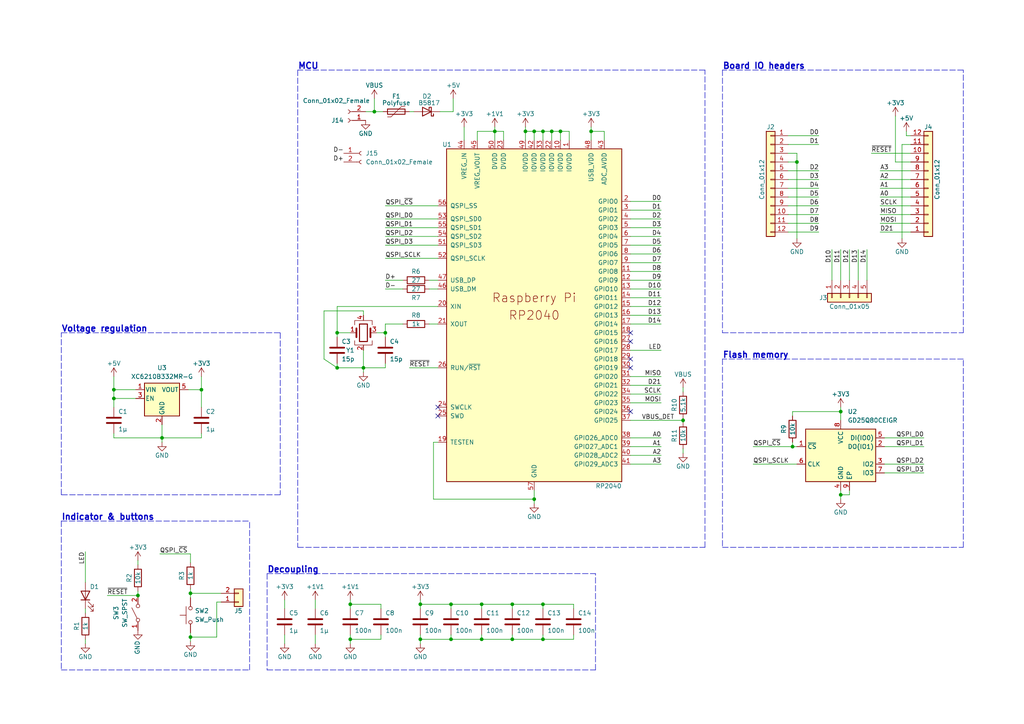
<source format=kicad_sch>
(kicad_sch (version 20211123) (generator eeschema)
  (paper "A4")
  (title_block (title "0xB2 - Splinky") (rev "2") (company "plut0nium"))
  (junction (at 108.585 32.385))
  (junction (at 40.005 172.72))
  (junction (at 46.99 127))
  (junction (at 105.41 106.68))
  (junction (at 154.94 38.1))
  (junction (at 162.56 38.1))
  (junction (at 111.76 96.52))
  (junction (at 157.48 185.42))
  (junction (at 101.6 185.42))
  (junction (at 157.48 38.1))
  (junction (at 97.79 96.52))
  (junction (at 157.48 175.26))
  (junction (at 101.6 175.26))
  (junction (at 121.92 185.42))
  (junction (at 148.59 185.42))
  (junction (at 130.81 175.26))
  (junction (at 148.59 175.26))
  (junction (at 446.405 49.53))
  (junction (at 152.4 38.1))
  (junction (at 160.02 38.1))
  (junction (at 33.02 113.03))
  (junction (at 171.45 38.1))
  (junction (at 139.7 185.42))
  (junction (at 154.94 144.78))
  (junction (at 198.12 121.92))
  (junction (at 231.14 46.99))
  (junction (at 58.42 113.03))
  (junction (at 229.87 129.54))
  (junction (at 139.7 175.26))
  (junction (at 55.245 172.085))
  (junction (at 130.81 185.42))
  (junction (at 97.79 106.68))
  (junction (at 55.245 184.785))
  (junction (at 33.02 115.57))
  (junction (at 243.84 119.38))
  (junction (at 143.51 38.1))
  (junction (at 243.84 143.51))
  (junction (at 121.92 175.26))
  (no_connect (at 182.88 119.38))
  (no_connect (at 182.88 106.68))
  (no_connect (at 182.88 96.52))
  (no_connect (at 182.88 104.14))
  (no_connect (at 182.88 99.06))
  (no_connect (at 127 118.11))
  (no_connect (at 127 120.65))
  (no_connect (at 318.135 76.2))
  (polyline (pts (xy 209.55 96.52) (xy 279.4 96.52)))
  (wire (pts (xy 171.45 38.1) (xy 171.45 40.64)))
  (wire (pts (xy 264.16 46.99) (xy 259.715 46.99)))
  (wire (pts (xy 33.02 115.57) (xy 33.02 118.11)))
  (wire (pts (xy 105.41 91.44) (xy 105.41 90.17)))
  (wire (pts (xy 118.745 106.68) (xy 127 106.68)))
  (wire (pts (xy 58.42 109.22) (xy 58.42 113.03)))
  (wire (pts (xy 55.245 170.815) (xy 55.245 172.085)))
  (wire (pts (xy 82.55 173.99) (xy 82.55 176.53)))
  (wire (pts (xy 267.97 134.62) (xy 256.54 134.62)))
  (wire (pts (xy 101.6 175.26) (xy 110.49 175.26)))
  (wire (pts (xy 121.92 173.99) (xy 121.92 175.26)))
  (wire (pts (xy 246.38 72.39) (xy 246.38 81.28)))
  (polyline (pts (xy 17.78 194.31) (xy 72.39 194.31)))
  (wire (pts (xy 255.27 54.61) (xy 264.16 54.61)))
  (wire (pts (xy 228.6 67.31) (xy 237.49 67.31)))
  (polyline (pts (xy 204.47 158.75) (xy 204.47 20.32)))
  (wire (pts (xy 182.88 127) (xy 191.77 127)))
  (wire (pts (xy 91.44 173.99) (xy 91.44 176.53)))
  (wire (pts (xy 406.4 60.96) (xy 406.4 62.865)))
  (wire (pts (xy 267.97 137.16) (xy 256.54 137.16)))
  (polyline (pts (xy 279.4 104.14) (xy 209.55 104.14)))
  (wire (pts (xy 111.76 66.04) (xy 127 66.04)))
  (wire (pts (xy 182.88 101.6) (xy 191.77 101.6)))
  (wire (pts (xy 330.835 37.465) (xy 335.915 37.465)))
  (wire (pts (xy 127.635 32.385) (xy 131.445 32.385)))
  (wire (pts (xy 121.92 185.42) (xy 130.81 185.42)))
  (wire (pts (xy 33.02 113.03) (xy 39.37 113.03)))
  (wire (pts (xy 101.6 175.26) (xy 101.6 176.53)))
  (wire (pts (xy 243.84 118.11) (xy 243.84 119.38)))
  (wire (pts (xy 109.22 96.52) (xy 111.76 96.52)))
  (wire (pts (xy 118.745 32.385) (xy 120.015 32.385)))
  (wire (pts (xy 105.41 106.68) (xy 105.41 107.95)))
  (wire (pts (xy 162.56 38.1) (xy 165.1 38.1)))
  (wire (pts (xy 251.46 72.39) (xy 251.46 81.28)))
  (wire (pts (xy 121.92 175.26) (xy 130.81 175.26)))
  (wire (pts (xy 228.6 64.77) (xy 237.49 64.77)))
  (wire (pts (xy 97.79 96.52) (xy 97.79 88.9)))
  (wire (pts (xy 111.76 68.58) (xy 127 68.58)))
  (wire (pts (xy 313.055 51.435) (xy 313.563 51.435)))
  (wire (pts (xy 198.12 130.175) (xy 198.12 131.445)))
  (wire (pts (xy 143.51 38.1) (xy 143.51 40.64)))
  (wire (pts (xy 182.88 129.54) (xy 191.77 129.54)))
  (wire (pts (xy 130.81 184.15) (xy 130.81 185.42)))
  (wire (pts (xy 306.705 56.515) (xy 313.055 56.515)))
  (wire (pts (xy 121.92 185.42) (xy 121.92 186.69)))
  (wire (pts (xy 231.14 46.99) (xy 231.14 69.215)))
  (wire (pts (xy 267.97 127) (xy 256.54 127)))
  (wire (pts (xy 33.02 127) (xy 46.99 127)))
  (wire (pts (xy 306.705 59.055) (xy 313.055 59.055)))
  (wire (pts (xy 125.73 128.27) (xy 127 128.27)))
  (wire (pts (xy 101.6 185.42) (xy 101.6 186.69)))
  (wire (pts (xy 124.46 81.28) (xy 127 81.28)))
  (wire (pts (xy 264.16 41.91) (xy 261.62 41.91)))
  (wire (pts (xy 241.3 72.39) (xy 241.3 81.28)))
  (wire (pts (xy 446.405 59.055) (xy 446.405 49.53)))
  (wire (pts (xy 93.98 90.17) (xy 93.98 104.14)))
  (wire (pts (xy 101.6 185.42) (xy 110.49 185.42)))
  (wire (pts (xy 139.7 185.42) (xy 148.59 185.42)))
  (wire (pts (xy 124.46 93.98) (xy 127 93.98)))
  (wire (pts (xy 243.84 142.24) (xy 243.84 143.51)))
  (wire (pts (xy 157.48 38.1) (xy 157.48 40.64)))
  (wire (pts (xy 111.76 106.68) (xy 111.76 105.41)))
  (wire (pts (xy 62.865 174.625) (xy 62.865 184.785)))
  (wire (pts (xy 106.045 32.385) (xy 108.585 32.385)))
  (wire (pts (xy 46.355 160.655) (xy 55.245 160.655)))
  (wire (pts (xy 108.585 32.385) (xy 111.125 32.385)))
  (wire (pts (xy 330.835 34.925) (xy 335.915 34.925)))
  (wire (pts (xy 58.42 125.73) (xy 58.42 127)))
  (wire (pts (xy 255.27 64.77) (xy 264.16 64.77)))
  (wire (pts (xy 255.27 62.23) (xy 264.16 62.23)))
  (wire (pts (xy 229.87 129.54) (xy 231.14 129.54)))
  (wire (pts (xy 105.41 106.68) (xy 111.76 106.68)))
  (wire (pts (xy 154.94 144.78) (xy 154.94 146.05)))
  (wire (pts (xy 182.88 109.22) (xy 191.77 109.22)))
  (wire (pts (xy 152.4 36.83) (xy 152.4 38.1)))
  (wire (pts (xy 146.05 40.64) (xy 146.05 38.1)))
  (wire (pts (xy 154.94 142.24) (xy 154.94 144.78)))
  (wire (pts (xy 40.005 171.45) (xy 40.005 172.72)))
  (wire (pts (xy 175.26 40.64) (xy 175.26 38.1)))
  (wire (pts (xy 55.245 160.655) (xy 55.245 163.195)))
  (wire (pts (xy 198.12 121.92) (xy 198.12 122.555)))
  (wire (pts (xy 139.7 184.15) (xy 139.7 185.42)))
  (wire (pts (xy 443.865 49.53) (xy 446.405 49.53)))
  (wire (pts (xy 157.48 185.42) (xy 166.37 185.42)))
  (wire (pts (xy 182.88 68.58) (xy 191.77 68.58)))
  (wire (pts (xy 182.88 114.3) (xy 191.77 114.3)))
  (wire (pts (xy 97.79 106.68) (xy 105.41 106.68)))
  (wire (pts (xy 166.37 176.53) (xy 166.37 175.26)))
  (wire (pts (xy 171.45 38.1) (xy 175.26 38.1)))
  (wire (pts (xy 243.84 143.51) (xy 246.38 143.51)))
  (wire (pts (xy 125.73 128.27) (xy 125.73 144.78)))
  (wire (pts (xy 139.7 175.26) (xy 148.59 175.26)))
  (wire (pts (xy 243.84 72.39) (xy 243.84 81.28)))
  (wire (pts (xy 262.89 39.37) (xy 264.16 39.37)))
  (wire (pts (xy 58.42 113.03) (xy 58.42 118.11)))
  (wire (pts (xy 218.44 134.62) (xy 231.14 134.62)))
  (wire (pts (xy 228.6 39.37) (xy 237.49 39.37)))
  (wire (pts (xy 152.4 38.1) (xy 152.4 40.64)))
  (wire (pts (xy 55.245 172.085) (xy 55.245 173.355)))
  (wire (pts (xy 105.41 90.17) (xy 93.98 90.17)))
  (wire (pts (xy 255.27 52.07) (xy 264.16 52.07)))
  (wire (pts (xy 228.6 59.69) (xy 237.49 59.69)))
  (polyline (pts (xy 209.55 104.14) (xy 209.55 158.75)))
  (wire (pts (xy 309.88 36.195) (xy 313.055 36.195)))
  (wire (pts (xy 148.59 175.26) (xy 157.48 175.26)))
  (wire (pts (xy 248.92 72.39) (xy 248.92 81.28)))
  (wire (pts (xy 110.49 184.15) (xy 110.49 185.42)))
  (wire (pts (xy 231.14 44.45) (xy 231.14 46.99)))
  (polyline (pts (xy 17.78 151.13) (xy 17.78 194.31)))
  (wire (pts (xy 182.88 121.92) (xy 198.12 121.92)))
  (wire (pts (xy 243.84 119.38) (xy 243.84 121.92)))
  (wire (pts (xy 182.88 132.08) (xy 191.77 132.08)))
  (wire (pts (xy 24.765 176.53) (xy 24.765 177.8)))
  (wire (pts (xy 182.88 111.76) (xy 191.77 111.76)))
  (wire (pts (xy 111.76 96.52) (xy 111.76 97.79)))
  (wire (pts (xy 62.865 184.785) (xy 55.245 184.785)))
  (wire (pts (xy 228.6 57.15) (xy 237.49 57.15)))
  (wire (pts (xy 121.92 184.15) (xy 121.92 185.42)))
  (wire (pts (xy 309.88 33.655) (xy 313.055 33.655)))
  (wire (pts (xy 171.45 36.83) (xy 171.45 38.1)))
  (wire (pts (xy 97.79 97.79) (xy 97.79 96.52)))
  (wire (pts (xy 309.88 41.275) (xy 313.055 41.275)))
  (wire (pts (xy 24.765 185.42) (xy 24.765 186.69)))
  (polyline (pts (xy 279.4 96.52) (xy 279.4 20.32)))
  (wire (pts (xy 228.6 54.61) (xy 237.49 54.61)))
  (wire (pts (xy 218.44 129.54) (xy 229.87 129.54)))
  (wire (pts (xy 130.81 185.42) (xy 139.7 185.42)))
  (wire (pts (xy 82.55 184.15) (xy 82.55 186.69)))
  (wire (pts (xy 182.88 73.66) (xy 191.77 73.66)))
  (wire (pts (xy 97.79 105.41) (xy 97.79 106.68)))
  (wire (pts (xy 130.81 175.26) (xy 130.81 176.53)))
  (wire (pts (xy 182.88 63.5) (xy 191.77 63.5)))
  (wire (pts (xy 97.79 96.52) (xy 101.6 96.52)))
  (wire (pts (xy 448.31 59.055) (xy 446.405 59.055)))
  (wire (pts (xy 111.76 71.12) (xy 127 71.12)))
  (wire (pts (xy 91.44 184.15) (xy 91.44 186.69)))
  (wire (pts (xy 64.135 174.625) (xy 62.865 174.625)))
  (wire (pts (xy 154.94 38.1) (xy 157.48 38.1)))
  (wire (pts (xy 182.88 83.82) (xy 191.77 83.82)))
  (wire (pts (xy 182.88 93.98) (xy 191.77 93.98)))
  (wire (pts (xy 229.87 128.27) (xy 229.87 129.54)))
  (wire (pts (xy 148.59 184.15) (xy 148.59 185.42)))
  (wire (pts (xy 306.705 61.595) (xy 313.055 61.595)))
  (wire (pts (xy 306.705 53.975) (xy 313.055 53.975)))
  (wire (pts (xy 160.02 38.1) (xy 160.02 40.64)))
  (wire (pts (xy 330.835 40.005) (xy 335.915 40.005)))
  (polyline (pts (xy 17.78 96.52) (xy 81.28 96.52)))
  (wire (pts (xy 33.02 125.73) (xy 33.02 127)))
  (wire (pts (xy 108.585 28.575) (xy 108.585 32.385)))
  (polyline (pts (xy 77.47 194.31) (xy 172.72 194.31)))
  (wire (pts (xy 255.27 59.69) (xy 264.16 59.69)))
  (wire (pts (xy 97.79 88.9) (xy 127 88.9)))
  (wire (pts (xy 252.73 44.45) (xy 264.16 44.45)))
  (wire (pts (xy 446.405 49.53) (xy 448.31 49.53)))
  (wire (pts (xy 182.88 116.84) (xy 191.77 116.84)))
  (wire (pts (xy 246.38 142.24) (xy 246.38 143.51)))
  (wire (pts (xy 131.445 28.575) (xy 131.445 32.385)))
  (wire (pts (xy 55.245 183.515) (xy 55.245 184.785)))
  (wire (pts (xy 111.76 83.82) (xy 116.84 83.82)))
  (wire (pts (xy 267.97 129.54) (xy 256.54 129.54)))
  (wire (pts (xy 148.59 185.42) (xy 157.48 185.42)))
  (wire (pts (xy 228.6 52.07) (xy 237.49 52.07)))
  (wire (pts (xy 33.02 109.22) (xy 33.02 113.03)))
  (wire (pts (xy 229.87 119.38) (xy 243.84 119.38)))
  (wire (pts (xy 138.43 38.1) (xy 143.51 38.1)))
  (wire (pts (xy 228.6 41.91) (xy 237.49 41.91)))
  (wire (pts (xy 33.02 113.03) (xy 33.02 115.57)))
  (wire (pts (xy 111.76 63.5) (xy 127 63.5)))
  (wire (pts (xy 416.56 60.96) (xy 416.56 62.865)))
  (wire (pts (xy 55.245 184.785) (xy 55.245 186.055)))
  (wire (pts (xy 148.59 175.26) (xy 148.59 176.53)))
  (polyline (pts (xy 172.72 194.31) (xy 172.72 166.37)))
  (polyline (pts (xy 81.28 143.51) (xy 17.78 143.51)))
  (wire (pts (xy 116.84 93.98) (xy 111.76 93.98)))
  (wire (pts (xy 143.51 36.83) (xy 143.51 38.1)))
  (wire (pts (xy 111.76 59.69) (xy 127 59.69)))
  (wire (pts (xy 165.1 40.64) (xy 165.1 38.1)))
  (polyline (pts (xy 209.55 158.75) (xy 279.4 158.75)))
  (polyline (pts (xy 77.47 166.37) (xy 172.72 166.37)))
  (wire (pts (xy 24.765 160.02) (xy 24.765 168.91)))
  (wire (pts (xy 157.48 38.1) (xy 160.02 38.1)))
  (wire (pts (xy 111.76 93.98) (xy 111.76 96.52)))
  (wire (pts (xy 46.99 123.19) (xy 46.99 127)))
  (wire (pts (xy 93.98 104.14) (xy 97.79 106.68)))
  (wire (pts (xy 229.87 120.65) (xy 229.87 119.38)))
  (wire (pts (xy 309.88 28.575) (xy 313.055 28.575)))
  (wire (pts (xy 309.88 38.735) (xy 313.055 38.735)))
  (wire (pts (xy 228.6 49.53) (xy 237.49 49.53)))
  (wire (pts (xy 198.12 112.395) (xy 198.12 113.665)))
  (wire (pts (xy 124.46 83.82) (xy 127 83.82)))
  (wire (pts (xy 182.88 60.96) (xy 191.77 60.96)))
  (wire (pts (xy 228.6 44.45) (xy 231.14 44.45)))
  (wire (pts (xy 157.48 175.26) (xy 166.37 175.26)))
  (wire (pts (xy 105.41 101.6) (xy 105.41 106.68)))
  (polyline (pts (xy 279.4 20.32) (xy 209.55 20.32)))
  (wire (pts (xy 182.88 76.2) (xy 191.77 76.2)))
  (wire (pts (xy 416.56 51.435) (xy 416.56 53.34)))
  (wire (pts (xy 54.61 113.03) (xy 58.42 113.03)))
  (wire (pts (xy 182.88 78.74) (xy 191.77 78.74)))
  (wire (pts (xy 121.92 175.26) (xy 121.92 176.53)))
  (wire (pts (xy 111.76 74.93) (xy 127 74.93)))
  (polyline (pts (xy 209.55 20.32) (xy 209.55 96.52)))
  (wire (pts (xy 262.89 38.1) (xy 262.89 39.37)))
  (wire (pts (xy 138.43 40.64) (xy 138.43 38.1)))
  (polyline (pts (xy 86.36 158.75) (xy 204.47 158.75)))
  (wire (pts (xy 154.94 38.1) (xy 154.94 40.64)))
  (wire (pts (xy 157.48 175.26) (xy 157.48 176.53)))
  (polyline (pts (xy 17.78 143.51) (xy 17.78 96.52)))
  (polyline (pts (xy 204.47 20.32) (xy 86.36 20.32)))
  (wire (pts (xy 182.88 58.42) (xy 191.77 58.42)))
  (wire (pts (xy 182.88 91.44) (xy 191.77 91.44)))
  (wire (pts (xy 111.76 81.28) (xy 116.84 81.28)))
  (wire (pts (xy 330.835 29.845) (xy 335.915 29.845)))
  (wire (pts (xy 162.56 38.1) (xy 162.56 40.64)))
  (wire (pts (xy 198.12 121.285) (xy 198.12 121.92)))
  (wire (pts (xy 406.4 51.435) (xy 406.4 53.34)))
  (wire (pts (xy 182.88 134.62) (xy 191.77 134.62)))
  (polyline (pts (xy 77.47 166.37) (xy 77.47 194.31)))
  (wire (pts (xy 255.27 57.15) (xy 264.16 57.15)))
  (wire (pts (xy 182.88 88.9) (xy 191.77 88.9)))
  (wire (pts (xy 182.88 66.04) (xy 191.77 66.04)))
  (wire (pts (xy 431.165 49.53) (xy 436.245 49.53)))
  (wire (pts (xy 261.62 41.91) (xy 261.62 69.215)))
  (wire (pts (xy 264.16 67.31) (xy 255.27 67.31)))
  (wire (pts (xy 243.84 143.51) (xy 243.84 144.78)))
  (wire (pts (xy 110.49 176.53) (xy 110.49 175.26)))
  (wire (pts (xy 157.48 184.15) (xy 157.48 185.42)))
  (wire (pts (xy 55.245 172.085) (xy 64.135 172.085)))
  (wire (pts (xy 228.6 46.99) (xy 231.14 46.99)))
  (wire (pts (xy 160.02 38.1) (xy 162.56 38.1)))
  (polyline (pts (xy 81.28 96.52) (xy 81.28 143.51)))
  (wire (pts (xy 259.715 33.655) (xy 259.715 46.99)))
  (polyline (pts (xy 72.39 194.31) (xy 72.39 151.13)))
  (wire (pts (xy 152.4 38.1) (xy 154.94 38.1)))
  (wire (pts (xy 182.88 81.28) (xy 191.77 81.28)))
  (wire (pts (xy 46.99 127) (xy 46.99 128.27)))
  (wire (pts (xy 309.88 31.115) (xy 313.055 31.115)))
  (wire (pts (xy 166.37 184.15) (xy 166.37 185.42)))
  (polyline (pts (xy 17.78 151.13) (xy 72.39 151.13)))
  (wire (pts (xy 101.6 184.15) (xy 101.6 185.42)))
  (wire (pts (xy 31.115 172.72) (xy 40.005 172.72)))
  (wire (pts (xy 40.005 162.56) (xy 40.005 163.83)))
  (polyline (pts (xy 86.36 20.32) (xy 86.36 158.75)))
  (wire (pts (xy 125.73 144.78) (xy 154.94 144.78)))
  (wire (pts (xy 182.88 71.12) (xy 191.77 71.12)))
  (wire (pts (xy 134.62 36.83) (xy 134.62 40.64)))
  (wire (pts (xy 143.51 38.1) (xy 146.05 38.1)))
  (wire (pts (xy 139.7 175.26) (xy 139.7 176.53)))
  (wire (pts (xy 46.99 127) (xy 58.42 127)))
  (wire (pts (xy 330.835 32.385) (xy 335.915 32.385)))
  (wire (pts (xy 101.6 173.99) (xy 101.6 175.26)))
  (wire (pts (xy 33.02 115.57) (xy 39.37 115.57)))
  (wire (pts (xy 182.88 86.36) (xy 191.77 86.36)))
  (wire (pts (xy 228.6 62.23) (xy 237.49 62.23)))
  (wire (pts (xy 255.27 49.53) (xy 264.16 49.53)))
  (wire (pts (xy 130.81 175.26) (xy 139.7 175.26)))
  (polyline (pts (xy 279.4 158.75) (xy 279.4 104.14)))
  (text "Decoupling" (at 77.47 166.37 0) (effects (font (size 1.778 1.778) (thickness 0.3556) bold) (justify left bottom)))
  (text "Board IO headers" (at 209.55 20.32 0) (effects (font (size 1.778 1.778) (thickness 0.3556) bold) (justify left bottom)))
  (text "Indicator & buttons" (at 17.78 151.13 0) (effects (font (size 1.778 1.778) (thickness 0.3556) bold) (justify left bottom)))
  (text "Voltage regulation" (at 17.78 96.52 0) (effects (font (size 1.778 1.778) (thickness 0.3556) bold) (justify left bottom)))
  (text "Handedness" (at 436.245 66.675 0) (effects (font (size 1.27 1.27)) (justify left bottom)))
  (text "For Oled screen, cirque trackpad" (at 400.812 74.549 0) (effects (font (size 1.27 1.27)) (justify left bottom)))
  (text "MCU" (at 86.36 20.32 0) (effects (font (size 1.778 1.778) (thickness 0.3556) bold) (justify left bottom)))
  (text "Flash memory" (at 209.55 104.14 0) (effects (font (size 1.778 1.778) (thickness 0.3556) bold) (justify left bottom)))
  (label "D8" (at 191.77 78.74 180))
  (label "D2" (at 406.4 62.865 270))
  (label "MOSI" (at 306.705 56.515 0))
  (label "D3" (at 483.235 59.69 180))
  (label "QSPI_D2" (at 111.76 68.58 0))
  (label "A1" (at 330.835 37.465 0))
  (label "A0" (at 330.835 40.005 0))
  (label "SCLK" (at 191.77 114.3 180))
  (label "D10" (at 191.77 83.82 180))
  (label "D7" (at 309.88 36.195 180))
  (label "D12" (at 246.38 72.39 270))
  (label "D4" (at 309.88 28.575 180))
  (label "D5" (at 309.88 31.115 180))
  (label "D11" (at 191.77 86.36 180))
  (label "LED" (at 191.77 101.6 180))
  (label "SCLK" (at 255.27 59.69 0))
  (label "D14" (at 306.705 53.975 0))
  (label "SCLK" (at 306.705 59.055 0))
  (label "D21" (at 330.835 29.845 0))
  (label "D0" (at 237.49 39.37 180))
  (label "VBUS_DET" (at 195.58 121.92 180))
  (label "D6" (at 191.77 73.66 180))
  (label "MOSI" (at 191.77 116.84 180))
  (label "A3" (at 330.835 32.385 0))
  (label "D8" (at 237.49 64.77 180))
  (label "A2" (at 191.77 132.08 180))
  (label "D7" (at 191.77 76.2 180))
  (label "D3" (at 191.77 66.04 180))
  (label "D-" (at 111.76 83.82 0))
  (label "D1" (at 191.77 60.96 180))
  (label "~{RESET}" (at 31.115 172.72 0))
  (label "D-" (at 99.695 44.45 180))
  (label "~{RESET}" (at 252.73 44.45 0))
  (label "QSPI_SCLK" (at 218.44 134.62 0))
  (label "D4" (at 191.77 68.58 180))
  (label "D13" (at 248.92 72.39 270))
  (label "D11" (at 243.84 72.39 270))
  (label "A3" (at 255.27 49.53 0))
  (label "D9" (at 237.49 67.31 180))
  (label "D1" (at 318.135 78.74 0))
  (label "QSPI_D0" (at 267.97 127 180))
  (label "QSPI_~{CS}" (at 218.44 129.54 0))
  (label "QSPI_D1" (at 111.76 66.04 0))
  (label "D5" (at 237.49 57.15 180))
  (label "A2" (at 330.835 34.925 0))
  (label "MOSI" (at 255.27 64.77 0))
  (label "MISO" (at 255.27 62.23 0))
  (label "~{RESET}" (at 118.745 106.68 0))
  (label "D3" (at 237.49 52.07 180))
  (label "D2" (at 237.49 49.53 180))
  (label "D7" (at 237.49 62.23 180))
  (label "QSPI_D3" (at 111.76 71.12 0))
  (label "QSPI_~{CS}" (at 111.76 59.69 0))
  (label "D3" (at 416.56 62.865 270))
  (label "D2" (at 191.77 63.5 180))
  (label "D12" (at 191.77 88.9 180))
  (label "D8" (at 309.88 38.735 180))
  (label "D14" (at 191.77 93.98 180))
  (label "A1" (at 191.77 129.54 180))
  (label "D5" (at 191.77 71.12 180))
  (label "QSPI_D2" (at 267.97 134.62 180))
  (label "D+" (at 99.695 46.99 180))
  (label "D9" (at 191.77 81.28 180))
  (label "A0" (at 255.27 57.15 0))
  (label "D10" (at 241.3 72.39 270))
  (label "D+" (at 111.76 81.28 0))
  (label "D13" (at 431.165 49.53 180))
  (label "D6" (at 237.49 59.69 180))
  (label "D0" (at 381 60.96 180))
  (label "LED" (at 24.765 160.02 270))
  (label "D6" (at 309.88 33.655 180))
  (label "D21" (at 191.77 111.76 180))
  (label "D13" (at 191.77 91.44 180))
  (label "D2" (at 483.235 57.15 180))
  (label "QSPI_D1" (at 267.97 129.54 180))
  (label "MISO" (at 191.77 109.22 180))
  (label "A2" (at 255.27 52.07 0))
  (label "D1" (at 237.49 41.91 180))
  (label "QSPI_~{CS}" (at 46.355 160.655 0))
  (label "QSPI_SCLK" (at 111.76 74.93 0))
  (label "QSPI_D3" (at 267.97 137.16 180))
  (label "A3" (at 191.77 134.62 180))
  (label "MISO" (at 306.705 61.595 0))
  (label "D0" (at 191.77 58.42 180))
  (label "D21" (at 255.27 67.31 0))
  (label "A0" (at 191.77 127 180))
  (label "D14" (at 251.46 72.39 270))
  (label "QSPI_D0" (at 111.76 63.5 0))
  (label "D4" (at 237.49 54.61 180))
  (label "A1" (at 255.27 54.61 0))
  (label "D9" (at 309.88 41.275 180))
  (symbol (lib_id "Device:C") (at 148.59 180.34 0) (unit 1)
    (property "Reference" "C12" (at 149.86 177.8 0) (effects (justify left)))
    (property "Value" "100n" (at 149.86 182.88 0) (effects (justify left)))
    (property "Footprint" "Capacitor_SMD:C_0402_1005Metric" (effects hide))
    (property "LCSC" "C1525" (effects hide))
  )
  (symbol (lib_id "Connector_Generic:Conn_01x02") (at 69.215 174.625 0) (mirror x) (unit 1) (in_bom no)
    (property "Reference" "J5" (at 67.945 177.165 0) (effects (justify left)))
    (property "Value" "Conn_01x02" (effects hide))
    (property "Footprint" "Connector_PinHeader_1.27mm:PinHeader_1x02_P1.27mm_Vertical" (effects hide))
  )
  (symbol (lib_id "MCU_RaspberryPi_RP2040:RP2040") (at 154.94 91.44 0) (unit 1)
    (property "Reference" "U1" (at 128.27 41.91 0) (effects (justify left)))
    (property "Value" "RP2040" (at 172.72 140.97 0) (effects (justify left)))
    (property "Footprint" "0xLib_Package_DFN_QFN:QFN-56-1EP_7x7mm_P0.4mm_EP3.2x3.2mm" (effects hide))
    (property "LCSC" "C2040" (effects hide))
  )
  (symbol (lib_id "power:+3.3V") (at 40.005 162.56 0) (unit 1)
    (property "Reference" "#PWR04" (effects hide))
    (property "Value" "+3.3V" (at 40.005 158.75 0))
  )
  (symbol (lib_id "Connector:Conn_01x06_Female") (at 318.135 33.655 0) (unit 1)
    (property "Reference" "J6" (at 316.865 24.765 0) (effects (justify left)))
    (property "Value" "Ribbon" (at 309.88 45.72 0) (effects (justify left)))
    (property "Footprint" "Library:6_PinHeader" (effects hide))
  )
  (symbol (lib_id "power:GND") (at 55.245 186.055 0) (unit 1)
    (property "Reference" "#PWR09" (effects hide))
    (property "Value" "GND" (at 55.245 189.865 0))
  )
  (symbol (lib_id "Device:R") (at 406.4 57.15 0) (unit 1)
    (property "Reference" "R12" (at 408.432 56.642 0) (effects (justify left)))
    (property "Value" "4.7k" (at 408.432 59.182 0) (effects (justify left)))
    (property "Footprint" "Resistor_SMD:R_0402_1005Metric" (effects hide))
    (property "JLCPCB BOM" "1" (effects hide))
    (property "JLCPCB Part" "C26033" (effects hide))
  )
  (symbol (lib_id "power:+5V") (at 262.89 38.1 0) (unit 1)
    (property "Reference" "#PWR0103" (effects hide))
    (property "Value" "+5V" (at 262.89 34.29 0))
  )
  (symbol (lib_id "power:GND") (at 24.765 186.69 0) (unit 1)
    (property "Reference" "#PWR01" (effects hide))
    (property "Value" "GND" (at 24.765 190.5 0))
  )
  (symbol (lib_id "Device:R") (at 120.65 93.98 90) (unit 1)
    (property "Reference" "R8" (at 120.65 91.44 90))
    (property "Value" "1k" (at 120.65 93.98 90))
    (property "Footprint" "Resistor_SMD:R_0402_1005Metric" (effects hide))
    (property "LCSC" "C11702" (effects hide))
  )
  (symbol (lib_id "Device:R") (at 198.12 117.475 180) (unit 1)
    (property "Reference" "R10" (at 195.58 117.475 90))
    (property "Value" "5.1k" (at 198.12 117.475 90))
    (property "Footprint" "Resistor_SMD:R_0402_1005Metric" (effects hide))
    (property "LCSC" "C25905" (effects hide))
  )
  (symbol (lib_id "Device:C") (at 157.48 180.34 0) (unit 1)
    (property "Reference" "C13" (at 158.75 177.8 0) (effects (justify left)))
    (property "Value" "100n" (at 158.75 182.88 0) (effects (justify left)))
    (property "Footprint" "Capacitor_SMD:C_0402_1005Metric" (effects hide))
    (property "LCSC" "C1525" (effects hide))
  )
  (symbol (lib_id "Device:C") (at 166.37 180.34 0) (unit 1)
    (property "Reference" "C14" (at 167.64 177.8 0) (effects (justify left)))
    (property "Value" "100n" (at 167.64 182.88 0) (effects (justify left)))
    (property "Footprint" "Capacitor_SMD:C_0402_1005Metric" (effects hide))
    (property "LCSC" "C1525" (effects hide))
  )
  (symbol (lib_id "Device:R") (at 120.65 81.28 90) (unit 1)
    (property "Reference" "R6" (at 120.65 78.74 90))
    (property "Value" "27" (at 120.65 81.28 90))
    (property "Footprint" "Resistor_SMD:R_0402_1005Metric" (effects hide))
    (property "LCSC" "C25100" (effects hide))
  )
  (symbol (lib_id "Regulator_Linear:AP2127K-3.3") (at 46.99 115.57 0) (unit 1)
    (property "Reference" "U3" (at 46.99 106.68 0))
    (property "Value" "XC6210B332MR-G" (at 46.99 109.22 0))
    (property "Footprint" "Package_TO_SOT_SMD:SOT-23-5" (effects hide))
    (property "LCSC" "C82942" (effects hide))
    (property "LCSC2" "C47719" (effects hide))
  )
  (symbol (lib_id "Device:C") (at 121.92 180.34 0) (unit 1)
    (property "Reference" "C9" (at 123.19 177.8 0) (effects (justify left)))
    (property "Value" "100n" (at 123.19 182.88 0) (effects (justify left)))
    (property "Footprint" "Capacitor_SMD:C_0402_1005Metric" (effects hide))
    (property "LCSC" "C1525" (effects hide))
  )
  (symbol (lib_id "Switch:SW_SPST") (at 40.005 177.8 90) (unit 1)
    (property "Reference" "SW3" (at 33.655 177.8 0))
    (property "Value" "SW_SPST" (at 36.195 177.8 0))
    (property "Footprint" "Library:PushSwitch" (effects hide))
  )
  (symbol (lib_id "Connector_Generic:Conn_01x05") (at 246.38 86.36 90) (mirror x) (unit 1) (in_bom no)
    (property "Reference" "J3" (at 238.76 86.36 90))
    (property "Value" "Conn_01x05" (at 246.38 88.9 90))
    (property "Footprint" "0xLib_Connectors:PinHeader_1x05_P2.54mm" (effects hide))
  )
  (symbol (lib_id "Memory_Flash:W25Q32JVZP") (at 243.84 132.08 0) (unit 1)
    (property "Reference" "U2" (at 245.8594 119.38 0) (effects (justify left)))
    (property "Value" "GD25Q80CEIGR" (at 245.8594 121.92 0) (effects (justify left)))
    (property "Footprint" "0xLib_Package_DFN_QFN:USON-8-1EP_3x2mm_P0.5mm_EP0.25x1.65mm" (effects hide))
    (property "LCSC" "C395484" (effects hide))
  )
  (symbol (lib_id "Device:C") (at 82.55 180.34 0) (unit 1)
    (property "Reference" "C5" (at 83.82 177.8 0) (effects (justify left)))
    (property "Value" "1µ" (at 83.82 182.88 0) (effects (justify left)))
    (property "Footprint" "Capacitor_SMD:C_0402_1005Metric" (effects hide))
    (property "LCSC" "C52923" (effects hide))
  )
  (symbol (lib_id "Connector_Generic:Conn_01x12") (at 223.52 52.07 0) (mirror y) (unit 1) (in_bom no)
    (property "Reference" "J2" (at 223.52 36.83 0))
    (property "Value" "Conn_01x12" (at 220.98 52.07 90))
    (property "Footprint" "0xLib_Connectors:PinHeader_1x12_P2.54mm" (effects hide))
  )
  (symbol (lib_id "power:GND") (at 82.55 186.69 0) (unit 1)
    (property "Reference" "#PWR012" (effects hide))
    (property "Value" "GND" (at 82.55 190.5 0))
  )
  (symbol (lib_id "Device:C") (at 33.02 121.92 0) (unit 1)
    (property "Reference" "C1" (at 34.29 119.38 0) (effects (justify left)))
    (property "Value" "1µ" (at 34.29 124.46 0) (effects (justify left)))
    (property "Footprint" "Capacitor_SMD:C_0603_1608Metric" (effects hide))
    (property "LCSC" "C19666" (effects hide))
  )
  (symbol (lib_id "Device:Crystal_GND24") (at 105.41 96.52 0) (mirror x) (unit 1)
    (property "Reference" "Y1" (at 101.6 101.6 0))
    (property "Value" "Crystal_GND24" (effects hide))
    (property "Footprint" "Crystal:Crystal_SMD_2520-4Pin_2.5x2.0mm" (effects hide))
    (property "LCSC" "C2149204" (effects hide))
  )
  (symbol (lib_id "Switch:SW_Push") (at 55.245 178.435 90) (unit 1)
    (property "Reference" "SW2" (at 56.515 177.1649 90) (effects (justify right)))
    (property "Value" "SW_Push" (at 56.515 179.7049 90) (effects (justify right)))
    (property "Footprint" "Button_Switch_SMD:SW_SPST_CK_KXT3" (effects hide))
    (property "LCSC" "C319433" (effects hide))
  )
  (symbol (lib_id "Device:R") (at 198.12 126.365 180) (unit 1)
    (property "Reference" "R11" (at 195.58 126.365 90))
    (property "Value" "10k" (at 198.12 126.365 90))
    (property "Footprint" "Resistor_SMD:R_0402_1005Metric" (effects hide))
    (property "LCSC" "C25744" (effects hide))
  )
  (symbol (lib_id "power:GND") (at 318.135 81.28 90) (unit 1)
    (property "Reference" "#PWR035" (effects hide))
    (property "Value" "GND" (at 325.1199 81.436 90) (effects (justify left)))
  )
  (symbol (lib_id "Device:LED") (at 24.765 172.72 90) (unit 1)
    (property "Reference" "D1" (at 26.035 170.18 90) (effects (justify right)))
    (property "Value" "LED" (effects hide))
    (property "Footprint" "LED_SMD:LED_0402_1005Metric" (effects hide))
    (property "LCSC" "C130719" (effects hide))
  )
  (symbol (lib_id "power:+3.3V") (at 152.4 36.83 0) (unit 1)
    (property "Reference" "#PWR023" (effects hide))
    (property "Value" "+3.3V" (at 152.4 33.02 0))
  )
  (symbol (lib_id "power:+5V") (at 313.563 51.435 90) (unit 1)
    (property "Reference" "#PWR034" (effects hide))
    (property "Value" "+5V" (at 314.325 51.435 90) (effects (justify right)))
  )
  (symbol (lib_id "power:+3.3V") (at 483.235 54.61 90) (unit 1)
    (property "Reference" "#PWR0104" (effects hide))
    (property "Value" "+3.3V" (at 479.425 54.61 0))
  )
  (symbol (lib_id "power:+5V") (at 381 55.88 90) (unit 1)
    (property "Reference" "#PWR037" (effects hide))
    (property "Value" "+5V" (at 373.888 55.118 90) (effects (justify right)))
  )
  (symbol (lib_id "power:+3.3V") (at 82.55 173.99 0) (unit 1)
    (property "Reference" "#PWR011" (effects hide))
    (property "Value" "+3.3V" (at 82.55 170.18 0))
  )
  (symbol (lib_id "Jumper:Jumper_2_Open") (at 453.39 49.53 0) (unit 1)
    (property "Reference" "JP1" (at 453.39 43.18 0))
    (property "Value" "Jumper_2_Open" (at 453.39 45.72 0))
    (property "Footprint" "Library:SolderJumper-2_P1.3mm_Open_RoundedPad1.0x1.5mm" (effects hide))
  )
  (symbol (lib_id "power:+1V1") (at 101.6 173.99 0) (unit 1)
    (property "Reference" "#PWR017" (effects hide))
    (property "Value" "+1V1" (at 101.6 170.18 0))
  )
  (symbol (lib_id "Device:C") (at 91.44 180.34 0) (unit 1)
    (property "Reference" "C6" (at 92.71 177.8 0) (effects (justify left)))
    (property "Value" "1µ" (at 92.71 182.88 0) (effects (justify left)))
    (property "Footprint" "Capacitor_SMD:C_0402_1005Metric" (effects hide))
    (property "LCSC" "C52923" (effects hide))
  )
  (symbol (lib_id "Device:R") (at 120.65 83.82 90) (unit 1)
    (property "Reference" "R7" (at 120.65 86.36 90))
    (property "Value" "27" (at 120.65 83.82 90))
    (property "Footprint" "Resistor_SMD:R_0402_1005Metric" (effects hide))
    (property "LCSC" "C25100" (effects hide))
  )
  (symbol (lib_id "power:+3.3V") (at 406.4 51.435 0) (unit 1)
    (property "Reference" "#PWR0106" (effects hide))
    (property "Value" "+3.3V" (at 406.4 47.625 0))
  )
  (symbol (lib_id "power:+3.3V") (at 259.715 33.655 0) (unit 1)
    (property "Reference" "#PWR029" (effects hide))
    (property "Value" "+3.3V" (at 259.715 29.845 0))
  )
  (symbol (lib_id "power:GND") (at 231.14 69.215 0) (unit 1)
    (property "Reference" "#PWR026" (effects hide))
    (property "Value" "GND" (at 231.14 73.025 0))
  )
  (symbol (lib_id "Connector:Conn_01x04_Female") (at 488.315 54.61 0) (unit 1)
    (property "Reference" "J11" (at 489.585 54.6099 0) (effects (justify left)))
    (property "Value" "serial" (at 478.155 67.945 0) (effects (justify left)))
    (property "Footprint" "Library:PinHeader_1x04_P2.54mm_Vertical" (effects hide))
  )
  (symbol (lib_id "power:+1V1") (at 91.44 173.99 0) (unit 1)
    (property "Reference" "#PWR014" (effects hide))
    (property "Value" "+1V1" (at 91.44 170.18 0))
  )
  (symbol (lib_id "power:GND") (at 40.005 182.88 0) (unit 1)
    (property "Reference" "#PWR043" (effects hide))
    (property "Value" "GND" (at 39.849 189.8649 90) (effects (justify left)))
  )
  (symbol (lib_id "Connector:Conn_01x06_Female") (at 318.135 56.515 0) (unit 1)
    (property "Reference" "J8" (at 319.405 57.785 0) (effects (justify left)))
    (property "Value" "trackball" (at 311.785 66.675 0) (effects (justify left)))
    (property "Footprint" "Library:6_PinHeader" (effects hide))
  )
  (symbol (lib_id "Device:R") (at 40.005 167.64 180) (unit 1)
    (property "Reference" "R2" (at 37.465 167.64 90))
    (property "Value" "10k" (at 40.005 167.64 90))
    (property "Footprint" "Resistor_SMD:R_0402_1005Metric" (effects hide))
    (property "LCSC" "C25744" (effects hide))
  )
  (symbol (lib_id "power:+5V") (at 318.135 83.82 270) (unit 1)
    (property "Reference" "#PWR036" (effects hide))
    (property "Value" "+5V" (at 321.945 83.8199 90) (effects (justify left)))
  )
  (symbol (lib_id "Mechanical:MountingHole_Pad") (at 349.885 30.48 0) (unit 1)
    (property "Reference" "H1" (at 348.615 25.4 0) (effects (justify left)))
    (property "Value" "M4" (at 348.615 42.672 0) (effects (justify left)))
    (property "Footprint" "Library:MountingHole_4mm_Pad_thin" (effects hide))
  )
  (symbol (lib_id "Device:R") (at 24.765 181.61 180) (unit 1)
    (property "Reference" "R1" (at 22.225 181.61 90))
    (property "Value" "1k" (at 24.765 181.61 90))
    (property "Footprint" "Resistor_SMD:R_0402_1005Metric" (effects hide))
    (property "LCSC" "C11702" (effects hide))
  )
  (symbol (lib_id "power:GND") (at 121.92 186.69 0) (unit 1)
    (property "Reference" "#PWR020" (effects hide))
    (property "Value" "GND" (at 121.92 190.5 0))
  )
  (symbol (lib_id "power:+5V") (at 33.02 109.22 0) (unit 1)
    (property "Reference" "#PWR02" (effects hide))
    (property "Value" "+5V" (at 33.02 105.41 0))
  )
  (symbol (lib_id "Device:C") (at 58.42 121.92 0) (unit 1)
    (property "Reference" "C2" (at 59.69 119.38 0) (effects (justify left)))
    (property "Value" "1µ" (at 59.69 124.46 0) (effects (justify left)))
    (property "Footprint" "Capacitor_SMD:C_0603_1608Metric" (effects hide))
    (property "LCSC" "C19666" (effects hide))
  )
  (symbol (lib_id "power:+1V1") (at 143.51 36.83 0) (unit 1)
    (property "Reference" "#PWR022" (effects hide))
    (property "Value" "+1V1" (at 143.51 33.02 0))
  )
  (symbol (lib_id "Device:C") (at 111.76 101.6 0) (unit 1)
    (property "Reference" "C4" (at 113.03 99.06 0) (effects (justify left)))
    (property "Value" "15p" (at 113.03 104.14 0) (effects (justify left)))
    (property "Footprint" "Capacitor_SMD:C_0402_1005Metric" (effects hide))
    (property "LCSC" "C1548" (effects hide))
  )
  (symbol (lib_id "Device:R") (at 440.055 49.53 90) (unit 1)
    (property "Reference" "R14" (at 438.785 46.99 0) (effects (justify left)))
    (property "Value" "5.1k" (at 441.325 46.99 0) (effects (justify left)))
    (property "Footprint" "Resistor_SMD:R_0402_1005Metric" (effects hide))
    (property "JLCPCB BOM" "1" (effects hide))
    (property "JLCPCB Part" "C26033" (effects hide))
  )
  (symbol (lib_id "Connector:Conn_01x03_Female") (at 386.08 58.42 0) (unit 1)
    (property "Reference" "J10" (at 386.7913 57.7278 0) (effects (justify left)))
    (property "Value" "RGB" (at 380.238 67.818 0) (effects (justify left)))
    (property "Footprint" "Library:header1x03" (effects hide))
  )
  (symbol (lib_id "Connector:Conn_01x02_Female") (at 104.775 44.45 0) (unit 1)
    (property "Reference" "J15" (at 106.045 44.4499 0) (effects (justify left)))
    (property "Value" "Conn_01x02_Female" (at 106.045 46.9899 0) (effects (justify left)))
    (property "Footprint" "Library:PinHeader_1x02_P2.54mm_Vertical" (effects hide))
  )
  (symbol (lib_id "Mechanical:MountingHole_Pad") (at 356.235 30.48 0) (unit 1)
    (property "Reference" "H2" (at 354.965 25.4 0) (effects (justify left)))
    (property "Value" "M4" (at 354.965 42.672 0) (effects (justify left)))
    (property "Footprint" "Library:MountingHole_4mm_Pad_thin" (effects hide))
  )
  (symbol (lib_id "power:GND") (at 356.235 33.02 0) (unit 1)
    (property "Reference" "#PWR032" (effects hide))
    (property "Value" "GND" (at 356.079 40.0049 90) (effects (justify left)))
  )
  (symbol (lib_id "power:GND") (at 458.47 59.055 90) (unit 1)
    (property "Reference" "#PWR040" (effects hide))
    (property "Value" "GND" (at 464.82 59.055 90) (effects (justify left)))
  )
  (symbol (lib_id "power:+3.3V") (at 58.42 109.22 0) (unit 1)
    (property "Reference" "#PWR08" (effects hide))
    (property "Value" "+3.3V" (at 58.42 105.41 0))
  )
  (symbol (lib_id "Device:C") (at 110.49 180.34 0) (unit 1)
    (property "Reference" "C8" (at 111.76 177.8 0) (effects (justify left)))
    (property "Value" "100n" (at 111.76 182.88 0) (effects (justify left)))
    (property "Footprint" "Capacitor_SMD:C_0402_1005Metric" (effects hide))
    (property "LCSC" "C1525" (effects hide))
  )
  (symbol (lib_id "power:+3.3V") (at 243.84 118.11 0) (unit 1)
    (property "Reference" "#PWR027" (effects hide))
    (property "Value" "+3.3V" (at 243.84 114.3 0))
  )
  (symbol (lib_id "power:GND") (at 91.44 186.69 0) (unit 1)
    (property "Reference" "#PWR015" (effects hide))
    (property "Value" "GND" (at 91.44 190.5 0))
  )
  (symbol (lib_id "power:GND") (at 154.94 146.05 0) (unit 1)
    (property "Reference" "#PWR024" (effects hide))
    (property "Value" "GND" (at 154.94 149.86 0))
  )
  (symbol (lib_id "power:GND") (at 101.6 186.69 0) (unit 1)
    (property "Reference" "#PWR018" (effects hide))
    (property "Value" "GND" (at 101.6 190.5 0))
  )
  (symbol (lib_id "Device:R") (at 55.245 167.005 180) (unit 1)
    (property "Reference" "R3" (at 52.705 167.005 90))
    (property "Value" "1k" (at 55.245 167.005 90))
    (property "Footprint" "Resistor_SMD:R_0402_1005Metric" (effects hide))
    (property "LCSC" "C11702" (effects hide))
  )
  (symbol (lib_id "power:GND") (at 483.235 52.07 270) (unit 1)
    (property "Reference" "#PWR041" (effects hide))
    (property "Value" "GND" (at 476.885 52.07 90) (effects (justify left)))
  )
  (symbol (lib_id "power:+3.3V") (at 121.92 173.99 0) (unit 1)
    (property "Reference" "#PWR019" (effects hide))
    (property "Value" "+3.3V" (at 121.92 170.18 0))
  )
  (symbol (lib_id "power:+3.3V") (at 458.47 49.53 270) (unit 1)
    (property "Reference" "#PWR039" (effects hide))
    (property "Value" "+3.3V" (at 462.28 49.53 0))
  )
  (symbol (lib_id "Device:C") (at 101.6 180.34 0) (unit 1)
    (property "Reference" "C7" (at 102.87 177.8 0) (effects (justify left)))
    (property "Value" "100n" (at 102.87 182.88 0) (effects (justify left)))
    (property "Footprint" "Capacitor_SMD:C_0402_1005Metric" (effects hide))
    (property "LCSC" "C1525" (effects hide))
  )
  (symbol (lib_id "Connector:Conn_01x05_Female") (at 340.995 34.925 0) (unit 1)
    (property "Reference" "J7" (at 339.725 26.035 0) (effects (justify left)))
    (property "Value" "Ribbon" (at 332.105 44.069 0) (effects (justify left)))
    (property "Footprint" "Library:5_PinHeader" (effects hide))
  )
  (symbol (lib_id "power:VBUS") (at 108.585 28.575 0) (unit 1)
    (property "Reference" "#PWR07" (effects hide))
    (property "Value" "VBUS" (at 108.585 24.765 0))
  )
  (symbol (lib_id "power:GND") (at 261.62 69.215 0) (unit 1)
    (property "Reference" "#PWR030" (effects hide))
    (property "Value" "GND" (at 261.62 73.025 0))
  )
  (symbol (lib_id "Device:C") (at 97.79 101.6 0) (unit 1)
    (property "Reference" "C3" (at 99.06 99.06 0) (effects (justify left)))
    (property "Value" "15p" (at 99.06 104.14 0) (effects (justify left)))
    (property "Footprint" "Capacitor_SMD:C_0402_1005Metric" (effects hide))
    (property "LCSC" "C1548" (effects hide))
  )
  (symbol (lib_id "Connector_Generic:Conn_01x12") (at 269.24 54.61 0) (mirror x) (unit 1) (in_bom no)
    (property "Reference" "J4" (at 269.24 36.83 0))
    (property "Value" "Conn_01x12" (at 271.78 52.07 90))
    (property "Footprint" "0xLib_Connectors:PinHeader_1x12_P2.54mm" (effects hide))
  )
  (symbol (lib_id "Device:R") (at 416.56 57.15 0) (unit 1)
    (property "Reference" "R13" (at 418.592 56.642 0) (effects (justify left)))
    (property "Value" "4.7k" (at 418.592 59.182 0) (effects (justify left)))
    (property "Footprint" "Resistor_SMD:R_0402_1005Metric" (effects hide))
    (property "JLCPCB BOM" "1" (effects hide))
    (property "JLCPCB Part" "C26033" (effects hide))
  )
  (symbol (lib_id "Device:C") (at 139.7 180.34 0) (unit 1)
    (property "Reference" "C11" (at 140.97 177.8 0) (effects (justify left)))
    (property "Value" "100n" (at 140.97 182.88 0) (effects (justify left)))
    (property "Footprint" "Capacitor_SMD:C_0402_1005Metric" (effects hide))
    (property "LCSC" "C1525" (effects hide))
  )
  (symbol (lib_id "power:GND") (at 243.84 144.78 0) (unit 1)
    (property "Reference" "#PWR028" (effects hide))
    (property "Value" "GND" (at 243.84 148.59 0))
  )
  (symbol (lib_id "power:GND") (at 105.41 107.95 0) (unit 1)
    (property "Reference" "#PWR016" (effects hide))
    (property "Value" "GND" (at 105.41 111.76 0))
  )
  (symbol (lib_id "power:+5V") (at 131.445 28.575 0) (unit 1)
    (property "Reference" "#PWR013" (effects hide))
    (property "Value" "+5V" (at 131.445 24.765 0))
  )
  (symbol (lib_id "Device:Polyfuse") (at 114.935 32.385 90) (unit 1)
    (property "Reference" "F1" (at 114.935 27.94 90))
    (property "Value" "Polyfuse" (at 114.935 29.845 90))
    (property "Footprint" "Fuse:Fuse_0603_1608Metric" (effects hide))
    (property "LCSC" "C69679" (effects hide))
  )
  (symbol (lib_id "power:GND") (at 46.99 128.27 0) (unit 1)
    (property "Reference" "#PWR06" (effects hide))
    (property "Value" "GND" (at 46.99 132.08 0))
  )
  (symbol (lib_id "power:GND") (at 198.12 131.445 0) (unit 1)
    (property "Reference" "#PWR0101" (effects hide))
    (property "Value" "GND" (at 198.12 135.255 0))
  )
  (symbol (lib_id "power:+3.3V") (at 134.62 36.83 0) (unit 1)
    (property "Reference" "#PWR021" (effects hide))
    (property "Value" "+3.3V" (at 134.62 33.02 0))
  )
  (symbol (lib_id "Device:R") (at 229.87 124.46 180) (unit 1)
    (property "Reference" "R9" (at 227.33 124.46 90))
    (property "Value" "10k" (at 229.87 124.46 90))
    (property "Footprint" "Resistor_SMD:R_0402_1005Metric" (effects hide))
    (property "LCSC" "C25744" (effects hide))
  )
  (symbol (lib_id "power:GND") (at 381 58.42 270) (unit 1)
    (property "Reference" "#PWR038" (effects hide))
    (property "Value" "GND" (at 374.0151 58.264 90) (effects (justify left)))
  )
  (symbol (lib_id "power:+3.3V") (at 171.45 36.83 0) (unit 1)
    (property "Reference" "#PWR025" (effects hide))
    (property "Value" "+3.3V" (at 171.45 33.02 0))
  )
  (symbol (lib_id "power:GND") (at 349.885 33.02 0) (unit 1)
    (property "Reference" "#PWR031" (effects hide))
    (property "Value" "GND" (at 349.729 40.0049 90) (effects (justify left)))
  )
  (symbol (lib_id "power:GND") (at 313.055 64.135 270) (unit 1)
    (property "Reference" "#PWR033" (effects hide))
    (property "Value" "GND" (at 306.705 64.135 90) (effects (justify left)))
  )
  (symbol (lib_id "Jumper:Jumper_2_Open") (at 453.39 59.055 0) (unit 1)
    (property "Reference" "JP2" (at 453.39 52.705 0))
    (property "Value" "Jumper_2_Open" (at 453.39 55.245 0))
    (property "Footprint" "Library:SolderJumper-2_P1.3mm_Open_RoundedPad1.0x1.5mm" (effects hide))
  )
  (symbol (lib_id "power:+3.3V") (at 416.56 51.435 0) (unit 1)
    (property "Reference" "#PWR0105" (effects hide))
    (property "Value" "+3.3V" (at 416.56 47.625 0))
  )
  (symbol (lib_id "Connector:AudioJack4") (at 313.055 78.74 0) (unit 1)
    (property "Reference" "J9" (at 311.912 70.6182 0))
    (property "Value" "Serial" (at 313.055 92.075 0))
    (property "Footprint" "Library:Jack_3.5mm_PJ320E_Horizontal" (effects hide))
  )
  (symbol (lib_id "Device:C") (at 130.81 180.34 0) (unit 1)
    (property "Reference" "C10" (at 132.08 177.8 0) (effects (justify left)))
    (property "Value" "100n" (at 132.08 182.88 0) (effects (justify left)))
    (property "Footprint" "Capacitor_SMD:C_0402_1005Metric" (effects hide))
    (property "LCSC" "C1525" (effects hide))
  )
  (symbol (lib_id "Connector:Conn_01x02_Female") (at 100.965 34.925 180) (unit 1)
    (property "Reference" "J14" (at 99.695 34.9251 0) (effects (justify left)))
    (property "Value" "Conn_01x02_Female" (at 107.315 29.21 0) (effects (justify left)))
    (property "Footprint" "Library:PinHeader_1x02_P2.54mm_Vertical" (effects hide))
  )
  (symbol (lib_id "Device:D_Schottky") (at 123.825 32.385 180) (unit 1)
    (property "Reference" "D2" (at 123.825 27.94 0))
    (property "Value" "B5817" (at 124.46 29.845 0))
    (property "Footprint" "Diode_SMD:D_SOD-323" (effects hide))
    (property "LCSC" "C123899" (effects hide))
  )
  (symbol (lib_id "power:VBUS") (at 198.12 112.395 0) (unit 1)
    (property "Reference" "#PWR0102" (effects hide))
    (property "Value" "VBUS" (at 198.12 108.585 0))
  )
  (symbol (lib_id "power:GND") (at 106.045 34.925 0) (unit 1)
    (property "Reference" "#PWR05" (effects hide))
    (property "Value" "GND" (at 106.045 38.735 0))
  )
)
</source>
